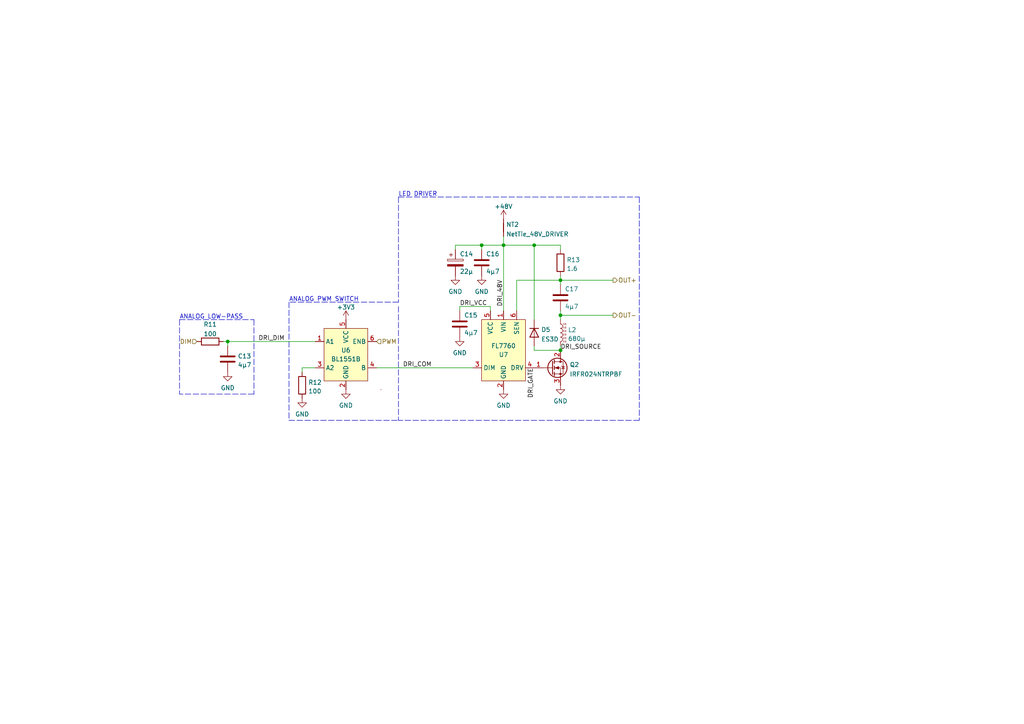
<source format=kicad_sch>
(kicad_sch (version 20211123) (generator eeschema)
  (paper "A4")
  (lib_symbols
    (symbol "Device:C" (pin_numbers hide) (pin_names (offset 0.254))
      (property "Reference" "C" (at 0.635 2.54 0))
      (property "Value" "C" (at 0.635 -2.54 0))
      (symbol "C_0_1"
        (polyline (pts (xy -2.032 -0.762) (xy 2.032 -0.762)) (stroke (width 0.508)))
        (polyline (pts (xy -2.032 0.762) (xy 2.032 0.762)) (stroke (width 0.508)))
      )
      (symbol "C_1_1"
        (pin passive line (at 0 3.81 270) (length 2.794) (name "~") (number "1"))
        (pin passive line (at 0 -3.81 90) (length 2.794) (name "~") (number "2"))
      )
    )
    (symbol "Device:C_Polarized" (pin_numbers hide) (pin_names (offset 0.254))
      (property "Reference" "C" (at 0.635 2.54 0))
      (property "Value" "C_Polarized" (at 0.635 -2.54 0))
      (symbol "C_Polarized_0_1"
        (rectangle (start -2.286 0.508) (end 2.286 1.016))
        (polyline (pts (xy -1.778 2.286) (xy -0.762 2.286)))
        (polyline (pts (xy -1.27 2.794) (xy -1.27 1.778)))
        (rectangle (start 2.286 -0.508) (end -2.286 -1.016) (fill (type outline)))
      )
      (symbol "C_Polarized_1_1"
        (pin passive line (at 0 3.81 270) (length 2.794) (name "~") (number "1"))
        (pin passive line (at 0 -3.81 90) (length 2.794) (name "~") (number "2"))
      )
    )
    (symbol "Device:D" (pin_numbers hide) (pin_names (offset 1.016) hide)
      (property "Reference" "D" (at 0 2.54 0))
      (property "Value" "D" (at 0 -2.54 0))
      (symbol "D_0_1"
        (polyline (pts (xy -1.27 1.27) (xy -1.27 -1.27)) (stroke (width 0.254)))
        (polyline (pts (xy 1.27 0) (xy -1.27 0)))
        (polyline (pts (xy 1.27 1.27) (xy 1.27 -1.27) (xy -1.27 0) (xy 1.27 1.27)) (stroke (width 0.254)))
      )
      (symbol "D_1_1"
        (pin passive line (at -3.81 0 0) (length 2.54) (name "K") (number "1"))
        (pin passive line (at 3.81 0 180) (length 2.54) (name "A") (number "2"))
      )
    )
    (symbol "Device:L_Ferrite" (pin_numbers hide) (pin_names (offset 1.016) hide)
      (property "Reference" "L" (at -1.27 0 90))
      (property "Value" "L_Ferrite" (at 2.794 0 90))
      (symbol "L_Ferrite_0_1"
        (arc (start 0 -2.54) (mid 0.635 -1.905) (end 0 -1.27))
        (arc (start 0 -1.27) (mid 0.635 -0.635) (end 0 0))
        (polyline (pts (xy 1.016 -2.794) (xy 1.016 -2.286)))
        (polyline (pts (xy 1.016 -1.778) (xy 1.016 -1.27)))
        (polyline (pts (xy 1.016 -0.762) (xy 1.016 -0.254)))
        (polyline (pts (xy 1.016 0.254) (xy 1.016 0.762)))
        (polyline (pts (xy 1.016 1.27) (xy 1.016 1.778)))
        (polyline (pts (xy 1.016 2.286) (xy 1.016 2.794)))
        (polyline (pts (xy 1.524 -2.286) (xy 1.524 -2.794)))
        (polyline (pts (xy 1.524 -1.27) (xy 1.524 -1.778)))
        (polyline (pts (xy 1.524 -0.254) (xy 1.524 -0.762)))
        (polyline (pts (xy 1.524 0.762) (xy 1.524 0.254)))
        (polyline (pts (xy 1.524 1.778) (xy 1.524 1.27)))
        (polyline (pts (xy 1.524 2.794) (xy 1.524 2.286)))
        (arc (start 0 0) (mid 0.635 0.635) (end 0 1.27))
        (arc (start 0 1.27) (mid 0.635 1.905) (end 0 2.54))
      )
      (symbol "L_Ferrite_1_1"
        (pin passive line (at 0 3.81 270) (length 1.27) (name "1") (number "1"))
        (pin passive line (at 0 -3.81 90) (length 1.27) (name "2") (number "2"))
      )
    )
    (symbol "Device:NetTie_2" (pin_numbers hide) (pin_names (offset 0) hide)
      (property "Reference" "NT" (at 0 1.27 0))
      (property "Value" "NetTie_2" (at 0 -1.27 0))
      (symbol "NetTie_2_0_1"
        (polyline (pts (xy -1.27 0) (xy 1.27 0)) (stroke (width 0.254)))
      )
      (symbol "NetTie_2_1_1"
        (pin passive line (at -2.54 0 0) (length 2.54) (name "1") (number "1"))
        (pin passive line (at 2.54 0 180) (length 2.54) (name "2") (number "2"))
      )
    )
    (symbol "Device:Q_NMOS_GDS" (pin_names (offset 0) hide)
      (property "Reference" "Q" (at 5.08 1.27 0))
      (property "Value" "Q_NMOS_GDS" (at 5.08 -1.27 0))
      (symbol "Q_NMOS_GDS_0_1"
        (polyline (pts (xy 0.254 0) (xy -2.54 0)))
        (polyline (pts (xy 0.254 1.905) (xy 0.254 -1.905)) (stroke (width 0.254)))
        (polyline (pts (xy 0.762 -1.27) (xy 0.762 -2.286)) (stroke (width 0.254)))
        (polyline (pts (xy 0.762 0.508) (xy 0.762 -0.508)) (stroke (width 0.254)))
        (polyline (pts (xy 0.762 2.286) (xy 0.762 1.27)) (stroke (width 0.254)))
        (polyline (pts (xy 2.54 2.54) (xy 2.54 1.778)))
        (polyline (pts (xy 2.54 -2.54) (xy 2.54 0) (xy 0.762 0)))
        (polyline (pts (xy 0.762 -1.778) (xy 3.302 -1.778) (xy 3.302 1.778) (xy 0.762 1.778)))
        (polyline (pts (xy 1.016 0) (xy 2.032 0.381) (xy 2.032 -0.381) (xy 1.016 0)) (fill (type outline)))
        (polyline (pts (xy 2.794 0.508) (xy 2.921 0.381) (xy 3.683 0.381) (xy 3.81 0.254)))
        (polyline (pts (xy 3.302 0.381) (xy 2.921 -0.254) (xy 3.683 -0.254) (xy 3.302 0.381)))
        (circle (center 1.651 0) (radius 2.794) (stroke (width 0.254)))
        (circle (center 2.54 -1.778) (radius 0.254) (fill (type outline)))
        (circle (center 2.54 1.778) (radius 0.254) (fill (type outline)))
      )
      (symbol "Q_NMOS_GDS_1_1"
        (pin input line (at -5.08 0 0) (length 2.54) (name "G") (number "1"))
        (pin passive line (at 2.54 5.08 270) (length 2.54) (name "D") (number "2"))
        (pin passive line (at 2.54 -5.08 90) (length 2.54) (name "S") (number "3"))
      )
    )
    (symbol "Device:R" (pin_numbers hide) (pin_names (offset 0))
      (property "Reference" "R" (at 2.032 0 90))
      (property "Value" "R" (at 0 0 90))
      (symbol "R_0_1"
        (rectangle (start -1.016 -2.54) (end 1.016 2.54) (stroke (width 0.254)))
      )
      (symbol "R_1_1"
        (pin passive line (at 0 3.81 270) (length 1.27) (name "~") (number "1"))
        (pin passive line (at 0 -3.81 90) (length 1.27) (name "~") (number "2"))
      )
    )
    (symbol "Library:FL7760"
      (property "Reference" "U" (at 0 -1.27 0))
      (property "Value" "FL7760" (at 0 1.27 0))
      (symbol "FL7760_0_1"
        (rectangle (start -6.35 10.16) (end 6.35 -7.62) (stroke (width 0.1524)) (fill (type background)))
      )
      (symbol "FL7760_1_1"
        (pin input line (at 0 12.7 270) (length 2.54) (name "VIN") (number "1"))
        (pin input line (at 0 -10.16 90) (length 2.54) (name "GND") (number "2"))
        (pin input line (at -8.89 -3.81 0) (length 2.54) (name "DIM") (number "3"))
        (pin output line (at 8.89 -3.81 180) (length 2.54) (name "DRV") (number "4"))
        (pin input line (at -3.81 12.7 270) (length 2.54) (name "VCC") (number "5"))
        (pin input line (at 3.81 12.7 270) (length 2.54) (name "SEN") (number "6"))
      )
    )
    (symbol "library:BL1551B"
      (property "Reference" "U" (at 0 -1.27 0))
      (property "Value" "BL1551B" (at 0 1.27 0))
      (symbol "BL1551B_0_1"
        (rectangle (start 6.35 7.62) (end -6.35 -7.62) (stroke (width 0.1524)) (fill (type background)))
        (rectangle (start 10.16 -10.16) (end 10.16 -10.16) (stroke (width 0.1524)))
        (rectangle (start 10.16 -10.16) (end 10.16 -10.16) (stroke (width 0.1524)))
        (rectangle (start 10.16 -10.16) (end 10.16 -10.16) (stroke (width 0.1524)))
      )
      (symbol "BL1551B_1_1"
        (pin bidirectional line (at -8.89 3.81 0) (length 2.54) (name "A1") (number "1"))
        (pin power_in line (at 0 -10.16 90) (length 2.54) (name "GND") (number "2"))
        (pin bidirectional line (at -8.89 -3.81 0) (length 2.54) (name "A2") (number "3"))
        (pin bidirectional line (at 8.89 -3.81 180) (length 2.54) (name "B") (number "4"))
        (pin power_in line (at 0 10.16 270) (length 2.54) (name "VCC") (number "5"))
        (pin input line (at 8.89 3.81 180) (length 2.54) (name "ENB") (number "6"))
      )
    )
    (symbol "power:+3V3" (power) (pin_names (offset 0))
      (property "Value" "+3V3" (at 0 3.556 0))
      (symbol "+3V3_0_1"
        (polyline (pts (xy -0.762 1.27) (xy 0 2.54)))
        (polyline (pts (xy 0 0) (xy 0 2.54)))
        (polyline (pts (xy 0 2.54) (xy 0.762 1.27)))
      )
      (symbol "+3V3_1_1"
        (pin power_in line (at 0 0 90) (length 0) hide (name "+3V3") (number "1"))
      )
    )
    (symbol "power:+48V" (power) (pin_names (offset 0))
      (property "Value" "+48V" (at 0 3.556 0))
      (symbol "+48V_0_1"
        (polyline (pts (xy -0.762 1.27) (xy 0 2.54)))
        (polyline (pts (xy 0 0) (xy 0 2.54)))
        (polyline (pts (xy 0 2.54) (xy 0.762 1.27)))
      )
      (symbol "+48V_1_1"
        (pin power_in line (at 0 0 90) (length 0) hide (name "+48V") (number "1"))
      )
    )
    (symbol "power:GND" (power) (pin_names (offset 0))
      (property "Value" "GND" (at 0 -3.81 0))
      (symbol "GND_0_1"
        (polyline (pts (xy 0 0) (xy 0 -1.27) (xy 1.27 -1.27) (xy 0 -2.54) (xy -1.27 -1.27) (xy 0 -1.27)))
      )
      (symbol "GND_1_1"
        (pin power_in line (at 0 0 270) (length 0) hide (name "GND") (number "1"))
      )
    )
  )
  (junction (at 154.94 71.12))
  (junction (at 162.56 101.6))
  (junction (at 66.04 99.06))
  (junction (at 139.7 71.12))
  (junction (at 146.05 71.12))
  (junction (at 162.56 91.44))
  (junction (at 162.56 81.28))
  (wire (pts (xy 162.56 81.28) (xy 177.8 81.28)))
  (wire (pts (xy 146.05 71.12) (xy 146.05 90.17)))
  (polyline (pts (xy 185.42 57.15) (xy 185.42 121.92)))
  (wire (pts (xy 162.56 91.44) (xy 162.56 92.71)))
  (polyline (pts (xy 52.07 92.71) (xy 52.07 114.3)))
  (polyline (pts (xy 73.66 114.3) (xy 52.07 114.3)))
  (wire (pts (xy 132.08 71.12) (xy 139.7 71.12)))
  (polyline (pts (xy 115.57 87.63) (xy 83.82 87.63)))
  (polyline (pts (xy 185.42 121.92) (xy 115.57 121.92)))
  (polyline (pts (xy 83.82 87.63) (xy 83.82 121.92)))
  (wire (pts (xy 87.63 106.68) (xy 87.63 107.95)))
  (wire (pts (xy 149.86 81.28) (xy 149.86 90.17)))
  (wire (pts (xy 132.08 72.39) (xy 132.08 71.12)))
  (wire (pts (xy 162.56 91.44) (xy 177.8 91.44)))
  (wire (pts (xy 162.56 71.12) (xy 162.56 72.39)))
  (wire (pts (xy 66.04 99.06) (xy 64.77 99.06)))
  (wire (pts (xy 154.94 101.6) (xy 162.56 101.6)))
  (polyline (pts (xy 115.57 57.15) (xy 115.57 87.63)))
  (wire (pts (xy 162.56 91.44) (xy 162.56 90.17)))
  (polyline (pts (xy 83.82 121.92) (xy 115.57 121.92)))
  (wire (pts (xy 154.94 71.12) (xy 162.56 71.12)))
  (wire (pts (xy 154.94 71.12) (xy 154.94 92.71)))
  (wire (pts (xy 109.22 106.68) (xy 137.16 106.68)))
  (polyline (pts (xy 115.57 57.15) (xy 185.42 57.15)))
  (wire (pts (xy 162.56 80.01) (xy 162.56 81.28)))
  (wire (pts (xy 162.56 100.33) (xy 162.56 101.6)))
  (wire (pts (xy 154.94 100.33) (xy 154.94 101.6)))
  (wire (pts (xy 146.05 68.58) (xy 146.05 71.12)))
  (wire (pts (xy 87.63 106.68) (xy 91.44 106.68)))
  (wire (pts (xy 149.86 81.28) (xy 162.56 81.28)))
  (polyline (pts (xy 73.66 92.71) (xy 73.66 114.3)))
  (wire (pts (xy 66.04 99.06) (xy 91.44 99.06)))
  (wire (pts (xy 142.24 90.17) (xy 142.24 88.9)))
  (wire (pts (xy 139.7 72.39) (xy 139.7 71.12)))
  (wire (pts (xy 133.35 88.9) (xy 142.24 88.9)))
  (wire (pts (xy 139.7 71.12) (xy 146.05 71.12)))
  (wire (pts (xy 133.35 88.9) (xy 133.35 90.17)))
  (wire (pts (xy 66.04 100.33) (xy 66.04 99.06)))
  (wire (pts (xy 162.56 82.55) (xy 162.56 81.28)))
  (wire (pts (xy 146.05 71.12) (xy 154.94 71.12)))
  (polyline (pts (xy 115.57 88.9) (xy 115.57 121.92)))
  (polyline (pts (xy 52.07 92.71) (xy 73.66 92.71)))
  (text "ANALOG PWM SWITCH" (at 83.82 87.63 0) (effects (font (size 1.27 1.27)) (justify left bottom)))
  (text "ANALOG LOW-PASS" (at 52.07 92.71 0) (effects (font (size 1.27 1.27)) (justify left bottom)))
  (text "LED DRIVER" (at 115.57 57.15 0) (effects (font (size 1.27 1.27)) (justify left bottom)))
  (label "DRI_DIM" (at 74.93 99.06 0))
  (label "DRI_COM" (at 116.84 106.68 0))
  (label "DRI_48V" (at 146.05 88.9 90))
  (label "DRI_VCC" (at 133.35 88.9 0))
  (label "DRI_SOURCE" (at 162.56 101.6 0))
  (label "DRI_GATE" (at 154.94 106.68 270))
  (hierarchical_label "OUT+" (shape output) (at 177.8 81.28 0))
  (hierarchical_label "PWM" (shape input) (at 109.22 99.06 0))
  (hierarchical_label "DIM" (shape input) (at 57.15 99.06 180))
  (hierarchical_label "OUT-" (shape output) (at 177.8 91.44 0))
  (symbol (lib_id "power:GND") (at 133.35 97.79 0) (unit 1)
    (property "Reference" "#PWR045" (effects hide))
    (property "Value" "GND" (at 133.35 102.3525 0))
  )
  (symbol (lib_id "Device:C") (at 162.56 86.36 0) (unit 1)
    (property "Reference" "C17" (at 163.83 83.82 0) (effects (justify left)))
    (property "Value" "4µ7" (at 163.83 88.9 0) (effects (justify left)))
    (property "Footprint" "Capacitor_SMD:C_0805_2012Metric" (effects hide))
  )
  (symbol (lib_id "Device:C") (at 133.35 93.98 0) (unit 1)
    (property "Reference" "C15" (at 134.62 91.44 0) (effects (justify left)))
    (property "Value" "4µ7" (at 134.62 96.52 0) (effects (justify left)))
    (property "Footprint" "Capacitor_SMD:C_0805_2012Metric" (effects hide))
  )
  (symbol (lib_id "Device:R") (at 87.63 111.76 0) (mirror y) (unit 1)
    (property "Reference" "R12" (at 89.408 110.9253 0) (effects (justify right)))
    (property "Value" "100" (at 89.408 113.4622 0) (effects (justify right)))
    (property "Footprint" "Resistor_SMD:R_0603_1608Metric" (effects hide))
  )
  (symbol (lib_id "Device:R") (at 162.56 76.2 0) (unit 1)
    (property "Reference" "R13" (at 164.338 75.3653 0) (effects (justify left)))
    (property "Value" "1.6" (at 164.338 77.9022 0) (effects (justify left)))
    (property "Footprint" "Resistor_SMD:R_1206_3216Metric" (effects hide))
  )
  (symbol (lib_id "power:GND") (at 66.04 107.95 0) (unit 1)
    (property "Reference" "#PWR040" (effects hide))
    (property "Value" "GND" (at 66.04 112.5125 0))
  )
  (symbol (lib_id "Device:C") (at 66.04 104.14 0) (unit 1)
    (property "Reference" "C13" (at 68.961 103.3053 0) (effects (justify left)))
    (property "Value" "4µ7" (at 68.961 105.8422 0) (effects (justify left)))
    (property "Footprint" "Capacitor_SMD:C_0805_2012Metric" (effects hide))
  )
  (symbol (lib_id "power:+48V") (at 146.05 63.5 0) (unit 1)
    (property "Reference" "#PWR047" (effects hide))
    (property "Value" "+48V" (at 146.05 59.8955 0))
  )
  (symbol (lib_id "Device:C_Polarized") (at 132.08 76.2 0) (unit 1)
    (property "Reference" "C14" (at 133.35 73.66 0) (effects (justify left)))
    (property "Value" "22µ" (at 133.35 78.74 0) (effects (justify left)))
    (property "Footprint" "Capacitor_SMD:CP_Elec_6.3x4.5" (effects hide))
  )
  (symbol (lib_id "power:GND") (at 162.56 111.76 0) (unit 1)
    (property "Reference" "#PWR049" (effects hide))
    (property "Value" "GND" (at 162.56 116.3225 0))
  )
  (symbol (lib_id "Device:Q_NMOS_GDS") (at 160.02 106.68 0) (unit 1)
    (property "Reference" "Q2" (at 165.227 105.7715 0) (effects (justify left)))
    (property "Value" "IRFR024NTRPBF" (at 165.227 108.5466 0) (effects (justify left)))
    (property "Footprint" "Package_TO_SOT_SMD:TO-252-2" (effects hide))
  )
  (symbol (lib_id "Device:D") (at 154.94 96.52 270) (unit 1)
    (property "Reference" "D5" (at 156.972 95.6115 90) (effects (justify left)))
    (property "Value" "ES3D" (at 156.972 98.3866 90) (effects (justify left)))
    (property "Footprint" "Diode_SMD:D_SMB" (effects hide))
  )
  (symbol (lib_id "Device:R") (at 60.96 99.06 90) (unit 1)
    (property "Reference" "R11" (at 60.96 94.0775 90))
    (property "Value" "100" (at 60.96 96.8526 90))
    (property "Footprint" "Resistor_SMD:R_0603_1608Metric" (effects hide))
  )
  (symbol (lib_id "library:BL1551B") (at 100.33 102.87 0) (unit 1)
    (property "Reference" "U6" (at 100.33 101.6 0))
    (property "Value" "BL1551B" (at 100.33 104.14 0))
  )
  (symbol (lib_id "Device:NetTie_2") (at 146.05 66.04 90) (unit 1)
    (property "Reference" "NT2" (at 146.812 65.1315 90) (effects (justify right)))
    (property "Value" "NetTie_48V_DRIVER" (at 146.812 67.9066 90) (effects (justify right)))
    (property "Footprint" "NetTie:NetTie-2_SMD_Pad2.0mm" (effects hide))
  )
  (symbol (lib_id "power:GND") (at 100.33 113.03 0) (unit 1)
    (property "Reference" "#PWR043" (effects hide))
    (property "Value" "GND" (at 100.33 117.5925 0))
  )
  (symbol (lib_id "power:GND") (at 132.08 80.01 0) (unit 1)
    (property "Reference" "#PWR044" (effects hide))
    (property "Value" "GND" (at 132.08 84.5725 0))
  )
  (symbol (lib_id "power:GND") (at 87.63 115.57 0) (mirror y) (unit 1)
    (property "Reference" "#PWR041" (effects hide))
    (property "Value" "GND" (at 87.63 120.1325 0))
  )
  (symbol (lib_id "Device:L_Ferrite") (at 162.56 96.52 0) (unit 1)
    (property "Reference" "L2" (at 164.719 95.6853 0) (effects (justify left)))
    (property "Value" "680µ" (at 164.719 98.2222 0) (effects (justify left)))
    (property "Footprint" "Inductor_SMD:L_12x12mm_H8mm" (effects hide))
  )
  (symbol (lib_id "power:GND") (at 139.7 80.01 0) (unit 1)
    (property "Reference" "#PWR046" (effects hide))
    (property "Value" "GND" (at 139.7 84.5725 0))
  )
  (symbol (lib_id "power:+3V3") (at 100.33 92.71 0) (unit 1)
    (property "Reference" "#PWR042" (effects hide))
    (property "Value" "+3V3" (at 100.33 89.1055 0))
  )
  (symbol (lib_id "Library:FL7760") (at 146.05 102.87 0) (unit 1)
    (property "Reference" "U7" (at 146.05 102.87 0))
    (property "Value" "FL7760" (at 146.05 100.33 0))
    (property "Footprint" "Package_TO_SOT_SMD:SOT-23-6" (effects hide))
  )
  (symbol (lib_id "Device:C") (at 139.7 76.2 0) (unit 1)
    (property "Reference" "C16" (at 140.97 73.66 0) (effects (justify left)))
    (property "Value" "4µ7" (at 140.97 78.74 0) (effects (justify left)))
    (property "Footprint" "Capacitor_SMD:C_0805_2012Metric" (effects hide))
  )
  (symbol (lib_id "power:GND") (at 146.05 113.03 0) (unit 1)
    (property "Reference" "#PWR048" (effects hide))
    (property "Value" "GND" (at 146.05 117.5925 0))
  )
)
</source>
